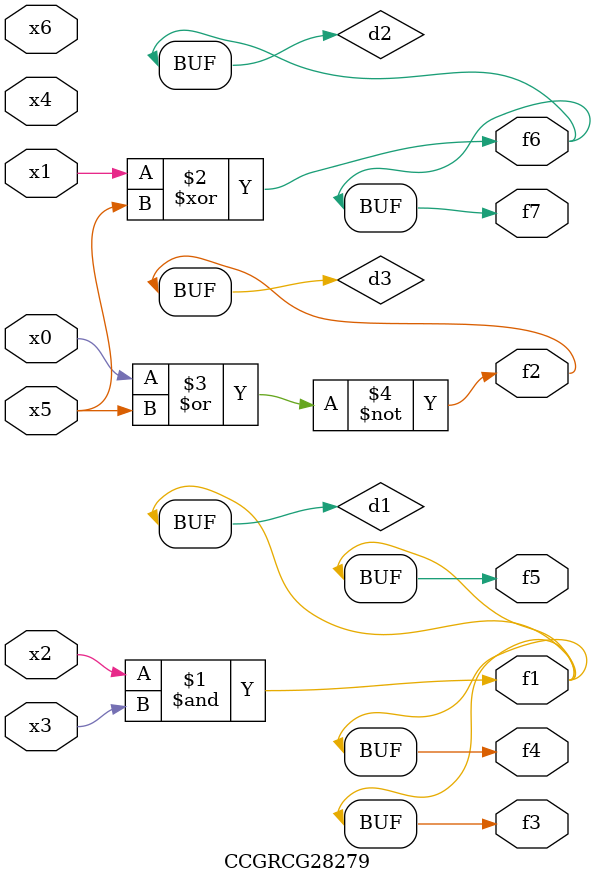
<source format=v>
module CCGRCG28279(
	input x0, x1, x2, x3, x4, x5, x6,
	output f1, f2, f3, f4, f5, f6, f7
);

	wire d1, d2, d3;

	and (d1, x2, x3);
	xor (d2, x1, x5);
	nor (d3, x0, x5);
	assign f1 = d1;
	assign f2 = d3;
	assign f3 = d1;
	assign f4 = d1;
	assign f5 = d1;
	assign f6 = d2;
	assign f7 = d2;
endmodule

</source>
